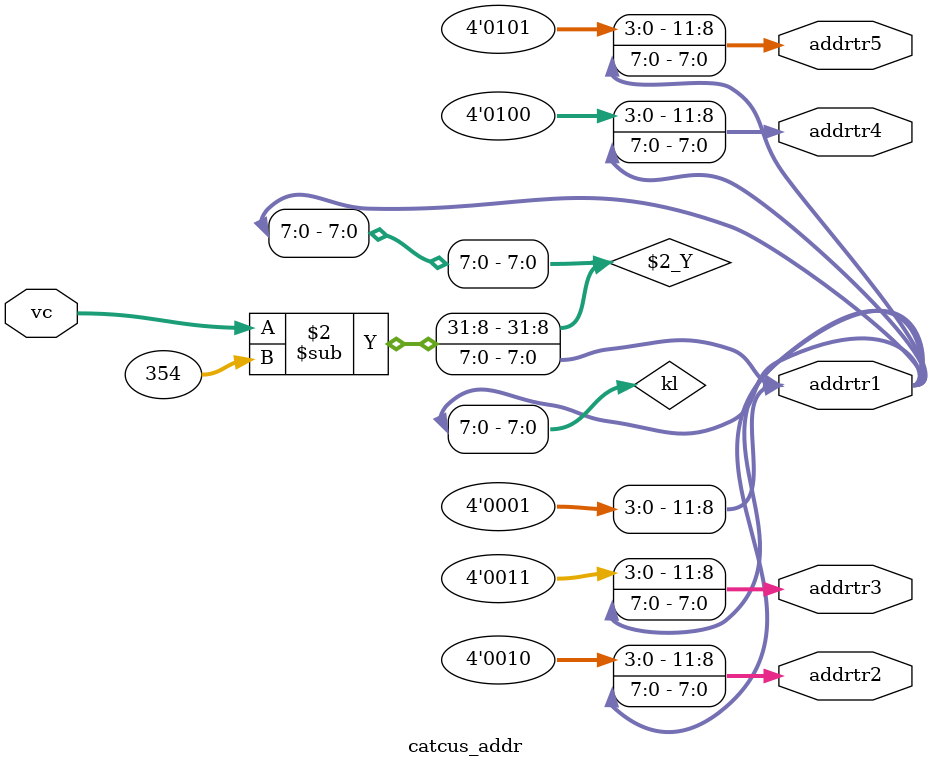
<source format=v>
module catcus_addr(vc,addrtr1,addrtr2,addrtr3,addrtr4,addrtr5);
input[9:0]vc;
output reg [11:0]addrtr1,addrtr2,addrtr3,addrtr4,addrtr5;
reg [7:0]kl;
always@(vc)
begin
kl=(vc-354);
end

///////////////////////////address////////////////////////////
always @(kl)
begin
addrtr1<={4'd1,kl};
addrtr2<={4'd2,kl};
addrtr3<={4'd3,kl};
addrtr4<={4'd4,kl};
addrtr5<={4'd5,kl};
end
endmodule
</source>
